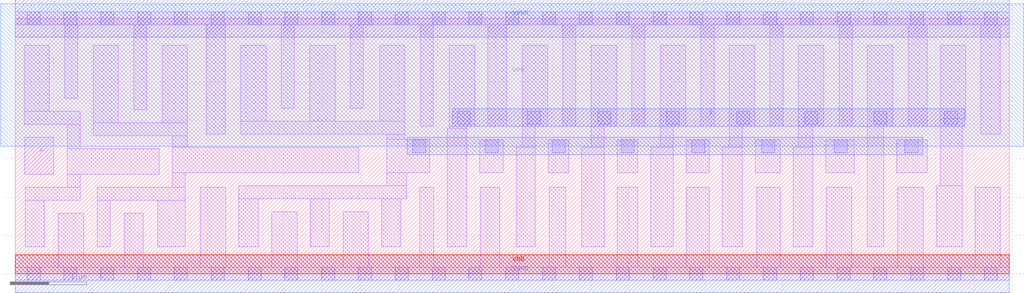
<source format=lef>
# Copyright 2020 The SkyWater PDK Authors
#
# Licensed under the Apache License, Version 2.0 (the "License");
# you may not use this file except in compliance with the License.
# You may obtain a copy of the License at
#
#     https://www.apache.org/licenses/LICENSE-2.0
#
# Unless required by applicable law or agreed to in writing, software
# distributed under the License is distributed on an "AS IS" BASIS,
# WITHOUT WARRANTIES OR CONDITIONS OF ANY KIND, either express or implied.
# See the License for the specific language governing permissions and
# limitations under the License.
#
# SPDX-License-Identifier: Apache-2.0

VERSION 5.7 ;
  NOWIREEXTENSIONATPIN ON ;
  DIVIDERCHAR "/" ;
  BUSBITCHARS "[]" ;
MACRO sky130_fd_sc_ls__bufbuf_16
  CLASS CORE ;
  FOREIGN sky130_fd_sc_ls__bufbuf_16 ;
  ORIGIN  0.000000  0.000000 ;
  SIZE  12.96000 BY  3.330000 ;
  SYMMETRY X Y ;
  SITE unit ;
  PIN A
    ANTENNAGATEAREA  0.279000 ;
    DIRECTION INPUT ;
    USE SIGNAL ;
    PORT
      LAYER li1 ;
        RECT 0.125000 1.300000 0.505000 1.780000 ;
    END
  END A
  PIN X
    ANTENNADIFFAREA  4.401600 ;
    DIRECTION OUTPUT ;
    USE SIGNAL ;
    PORT
      LAYER met1 ;
        RECT 5.700000 1.920000 12.380000 2.150000 ;
    END
  END X
  PIN VGND
    DIRECTION INOUT ;
    SHAPE ABUTMENT ;
    USE GROUND ;
    PORT
      LAYER met1 ;
        RECT 0.000000 -0.245000 12.960000 0.245000 ;
    END
  END VGND
  PIN VNB
    DIRECTION INOUT ;
    USE GROUND ;
    PORT
      LAYER pwell ;
        RECT 0.000000 0.000000 12.960000 0.245000 ;
    END
  END VNB
  PIN VPB
    DIRECTION INOUT ;
    USE POWER ;
    PORT
      LAYER nwell ;
        RECT -0.190000 1.660000 13.150000 3.520000 ;
    END
  END VPB
  PIN VPWR
    DIRECTION INOUT ;
    SHAPE ABUTMENT ;
    USE POWER ;
    PORT
      LAYER met1 ;
        RECT 0.000000 3.085000 12.960000 3.575000 ;
    END
  END VPWR
  OBS
    LAYER li1 ;
      RECT  0.000000 -0.085000 12.960000 0.085000 ;
      RECT  0.000000  3.245000 12.960000 3.415000 ;
      RECT  0.115000  1.950000  0.845000 2.120000 ;
      RECT  0.115000  2.120000  0.445000 2.980000 ;
      RECT  0.130000  0.350000  0.380000 0.960000 ;
      RECT  0.130000  0.960000  0.845000 1.130000 ;
      RECT  0.560000  0.085000  0.890000 0.790000 ;
      RECT  0.645000  2.290000  0.815000 3.245000 ;
      RECT  0.675000  1.130000  0.845000 1.300000 ;
      RECT  0.675000  1.300000  1.875000 1.630000 ;
      RECT  0.675000  1.630000  0.845000 1.950000 ;
      RECT  1.015000  1.800000  2.245000 1.970000 ;
      RECT  1.015000  1.970000  1.345000 2.980000 ;
      RECT  1.070000  0.350000  1.240000 0.960000 ;
      RECT  1.070000  0.960000  2.215000 1.130000 ;
      RECT  1.420000  0.085000  1.670000 0.790000 ;
      RECT  1.545000  2.140000  1.715000 3.245000 ;
      RECT  1.855000  0.350000  2.215000 0.960000 ;
      RECT  1.915000  1.970000  2.245000 2.980000 ;
      RECT  2.045000  1.130000  2.215000 1.320000 ;
      RECT  2.045000  1.320000  4.480000 1.650000 ;
      RECT  2.045000  1.650000  2.245000 1.800000 ;
      RECT  2.415000  0.085000  2.745000 1.130000 ;
      RECT  2.490000  1.820000  2.740000 3.245000 ;
      RECT  2.915000  0.350000  3.165000 0.980000 ;
      RECT  2.915000  0.980000  5.105000 1.150000 ;
      RECT  2.940000  1.820000  5.080000 1.990000 ;
      RECT  2.940000  1.990000  3.270000 2.980000 ;
      RECT  3.345000  0.085000  3.675000 0.810000 ;
      RECT  3.470000  2.160000  3.640000 3.245000 ;
      RECT  3.840000  1.990000  4.170000 2.980000 ;
      RECT  3.845000  0.350000  4.095000 0.980000 ;
      RECT  4.275000  0.085000  4.605000 0.810000 ;
      RECT  4.370000  2.160000  4.540000 3.245000 ;
      RECT  4.750000  1.990000  5.080000 2.980000 ;
      RECT  4.775000  0.350000  5.025000 0.980000 ;
      RECT  4.845000  1.150000  5.105000 1.320000 ;
      RECT  4.845000  1.320000  5.405000 1.755000 ;
      RECT  4.845000  1.755000  5.080000 1.820000 ;
      RECT  5.275000  0.085000  5.455000 1.130000 ;
      RECT  5.280000  1.925000  5.450000 3.245000 ;
      RECT  5.635000  0.350000  5.885000 1.900000 ;
      RECT  5.660000  1.900000  5.885000 1.920000 ;
      RECT  5.660000  1.920000  5.990000 2.980000 ;
      RECT  6.055000  1.320000  6.365000 1.750000 ;
      RECT  6.065000  0.085000  6.315000 1.130000 ;
      RECT  6.160000  1.925000  6.410000 3.245000 ;
      RECT  6.535000  0.350000  6.780000 1.650000 ;
      RECT  6.610000  1.650000  6.780000 1.920000 ;
      RECT  6.610000  1.920000  6.940000 2.980000 ;
      RECT  6.950000  1.320000  7.215000 1.750000 ;
      RECT  6.960000  0.085000  7.175000 1.130000 ;
      RECT  7.140000  1.925000  7.310000 3.245000 ;
      RECT  7.385000  0.350000  7.680000 1.650000 ;
      RECT  7.510000  1.650000  7.680000 1.920000 ;
      RECT  7.510000  1.920000  7.840000 2.980000 ;
      RECT  7.850000  0.085000  8.115000 1.130000 ;
      RECT  7.850000  1.320000  8.115000 1.750000 ;
      RECT  8.040000  1.925000  8.210000 3.245000 ;
      RECT  8.285000  0.350000  8.580000 1.650000 ;
      RECT  8.410000  1.650000  8.580000 1.920000 ;
      RECT  8.410000  1.920000  8.740000 2.980000 ;
      RECT  8.750000  0.085000  9.045000 1.130000 ;
      RECT  8.750000  1.320000  9.045000 1.750000 ;
      RECT  8.940000  1.925000  9.110000 3.245000 ;
      RECT  9.215000  0.350000  9.480000 1.650000 ;
      RECT  9.310000  1.650000  9.480000 1.920000 ;
      RECT  9.310000  1.920000  9.640000 2.980000 ;
      RECT  9.650000  1.320000  9.975000 1.750000 ;
      RECT  9.665000  0.085000  9.975000 1.130000 ;
      RECT  9.840000  1.925000 10.010000 3.245000 ;
      RECT 10.145000  0.350000 10.395000 1.650000 ;
      RECT 10.210000  1.650000 10.395000 1.920000 ;
      RECT 10.210000  1.920000 10.540000 2.980000 ;
      RECT 10.565000  1.320000 10.940000 1.750000 ;
      RECT 10.575000  0.085000 10.905000 1.130000 ;
      RECT 10.740000  1.925000 10.910000 3.245000 ;
      RECT 11.110000  0.350000 11.325000 1.920000 ;
      RECT 11.110000  1.920000 11.440000 2.980000 ;
      RECT 11.495000  1.320000 11.890000 1.750000 ;
      RECT 11.505000  0.085000 11.835000 1.130000 ;
      RECT 11.640000  1.925000 11.890000 3.245000 ;
      RECT 12.015000  0.350000 12.345000 1.150000 ;
      RECT 12.060000  1.150000 12.345000 2.020000 ;
      RECT 12.060000  2.020000 12.390000 2.980000 ;
      RECT 12.515000  0.085000 12.845000 1.130000 ;
      RECT 12.590000  1.820000 12.840000 3.245000 ;
    LAYER mcon ;
      RECT  0.155000 -0.085000  0.325000 0.085000 ;
      RECT  0.155000  3.245000  0.325000 3.415000 ;
      RECT  0.635000 -0.085000  0.805000 0.085000 ;
      RECT  0.635000  3.245000  0.805000 3.415000 ;
      RECT  1.115000 -0.085000  1.285000 0.085000 ;
      RECT  1.115000  3.245000  1.285000 3.415000 ;
      RECT  1.595000 -0.085000  1.765000 0.085000 ;
      RECT  1.595000  3.245000  1.765000 3.415000 ;
      RECT  2.075000 -0.085000  2.245000 0.085000 ;
      RECT  2.075000  3.245000  2.245000 3.415000 ;
      RECT  2.555000 -0.085000  2.725000 0.085000 ;
      RECT  2.555000  3.245000  2.725000 3.415000 ;
      RECT  3.035000 -0.085000  3.205000 0.085000 ;
      RECT  3.035000  3.245000  3.205000 3.415000 ;
      RECT  3.515000 -0.085000  3.685000 0.085000 ;
      RECT  3.515000  3.245000  3.685000 3.415000 ;
      RECT  3.995000 -0.085000  4.165000 0.085000 ;
      RECT  3.995000  3.245000  4.165000 3.415000 ;
      RECT  4.475000 -0.085000  4.645000 0.085000 ;
      RECT  4.475000  3.245000  4.645000 3.415000 ;
      RECT  4.955000 -0.085000  5.125000 0.085000 ;
      RECT  4.955000  3.245000  5.125000 3.415000 ;
      RECT  5.180000  1.580000  5.350000 1.750000 ;
      RECT  5.435000 -0.085000  5.605000 0.085000 ;
      RECT  5.435000  3.245000  5.605000 3.415000 ;
      RECT  5.760000  1.950000  5.930000 2.120000 ;
      RECT  5.915000 -0.085000  6.085000 0.085000 ;
      RECT  5.915000  3.245000  6.085000 3.415000 ;
      RECT  6.125000  1.580000  6.295000 1.750000 ;
      RECT  6.395000 -0.085000  6.565000 0.085000 ;
      RECT  6.395000  3.245000  6.565000 3.415000 ;
      RECT  6.675000  1.950000  6.845000 2.120000 ;
      RECT  6.875000 -0.085000  7.045000 0.085000 ;
      RECT  6.875000  3.245000  7.045000 3.415000 ;
      RECT  7.000000  1.580000  7.170000 1.750000 ;
      RECT  7.355000 -0.085000  7.525000 0.085000 ;
      RECT  7.355000  3.245000  7.525000 3.415000 ;
      RECT  7.595000  1.950000  7.765000 2.120000 ;
      RECT  7.835000 -0.085000  8.005000 0.085000 ;
      RECT  7.835000  3.245000  8.005000 3.415000 ;
      RECT  7.900000  1.580000  8.070000 1.750000 ;
      RECT  8.315000 -0.085000  8.485000 0.085000 ;
      RECT  8.315000  3.245000  8.485000 3.415000 ;
      RECT  8.485000  1.950000  8.655000 2.120000 ;
      RECT  8.795000 -0.085000  8.965000 0.085000 ;
      RECT  8.795000  3.245000  8.965000 3.415000 ;
      RECT  8.820000  1.580000  8.990000 1.750000 ;
      RECT  9.275000 -0.085000  9.445000 0.085000 ;
      RECT  9.275000  3.245000  9.445000 3.415000 ;
      RECT  9.405000  1.950000  9.575000 2.120000 ;
      RECT  9.730000  1.580000  9.900000 1.750000 ;
      RECT  9.755000 -0.085000  9.925000 0.085000 ;
      RECT  9.755000  3.245000  9.925000 3.415000 ;
      RECT 10.235000 -0.085000 10.405000 0.085000 ;
      RECT 10.235000  3.245000 10.405000 3.415000 ;
      RECT 10.295000  1.950000 10.465000 2.120000 ;
      RECT 10.675000  1.580000 10.845000 1.750000 ;
      RECT 10.715000 -0.085000 10.885000 0.085000 ;
      RECT 10.715000  3.245000 10.885000 3.415000 ;
      RECT 11.195000 -0.085000 11.365000 0.085000 ;
      RECT 11.195000  1.950000 11.365000 2.120000 ;
      RECT 11.195000  3.245000 11.365000 3.415000 ;
      RECT 11.600000  1.580000 11.770000 1.750000 ;
      RECT 11.675000 -0.085000 11.845000 0.085000 ;
      RECT 11.675000  3.245000 11.845000 3.415000 ;
      RECT 12.115000  1.950000 12.285000 2.120000 ;
      RECT 12.155000 -0.085000 12.325000 0.085000 ;
      RECT 12.155000  3.245000 12.325000 3.415000 ;
      RECT 12.635000 -0.085000 12.805000 0.085000 ;
      RECT 12.635000  3.245000 12.805000 3.415000 ;
    LAYER met1 ;
      RECT 5.110000 1.550000 11.830000 1.780000 ;
  END
END sky130_fd_sc_ls__bufbuf_16
END LIBRARY

</source>
